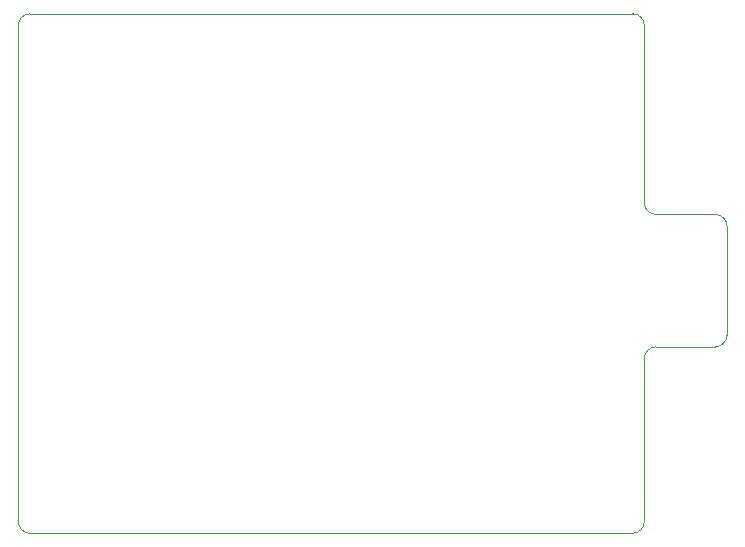
<source format=gm1>
G04 #@! TF.GenerationSoftware,KiCad,Pcbnew,7.0.8*
G04 #@! TF.CreationDate,2024-01-23T22:35:07+01:00*
G04 #@! TF.ProjectId,internet-radio-speaker,696e7465-726e-4657-942d-726164696f2d,rev?*
G04 #@! TF.SameCoordinates,Original*
G04 #@! TF.FileFunction,Profile,NP*
%FSLAX46Y46*%
G04 Gerber Fmt 4.6, Leading zero omitted, Abs format (unit mm)*
G04 Created by KiCad (PCBNEW 7.0.8) date 2024-01-23 22:35:07*
%MOMM*%
%LPD*%
G01*
G04 APERTURE LIST*
G04 #@! TA.AperFunction,Profile*
%ADD10C,0.100000*%
G04 #@! TD*
G04 APERTURE END LIST*
D10*
X108000000Y-91000000D02*
X108000000Y-133000000D01*
X167000000Y-118200000D02*
G75*
G03*
X168000000Y-117200000I0J1000000D01*
G01*
X161000000Y-91000000D02*
X161000000Y-106000000D01*
X161000000Y-133000000D02*
X161000000Y-119207107D01*
X168000000Y-116940000D02*
X168000000Y-117192893D01*
X160000000Y-134000000D02*
G75*
G03*
X161000000Y-133000000I0J1000000D01*
G01*
X109000000Y-134000000D02*
X160000000Y-134000000D01*
X108000000Y-133000000D02*
G75*
G03*
X109000000Y-134000000I1000000J0D01*
G01*
X168000000Y-108340000D02*
X168000000Y-108000000D01*
X162000000Y-107000000D02*
X167000000Y-107000000D01*
X162000000Y-118207100D02*
G75*
G03*
X161000000Y-119207107I0J-1000000D01*
G01*
X161000000Y-106000000D02*
G75*
G03*
X162000000Y-107000000I1000000J0D01*
G01*
X168000000Y-108000000D02*
G75*
G03*
X167000000Y-107000000I-1000000J0D01*
G01*
X160000000Y-90000000D02*
X159880000Y-89999700D01*
X161000000Y-91000000D02*
G75*
G03*
X160000000Y-90000000I-1000000J0D01*
G01*
X162000000Y-118200000D02*
X167000000Y-118200000D01*
X149480000Y-89999700D02*
X109000000Y-90000000D01*
X109000000Y-90000000D02*
G75*
G03*
X108000000Y-91000000I0J-1000000D01*
G01*
X159880000Y-89999700D02*
X149480000Y-89999700D01*
X168000000Y-116940000D02*
X168000000Y-108340000D01*
M02*

</source>
